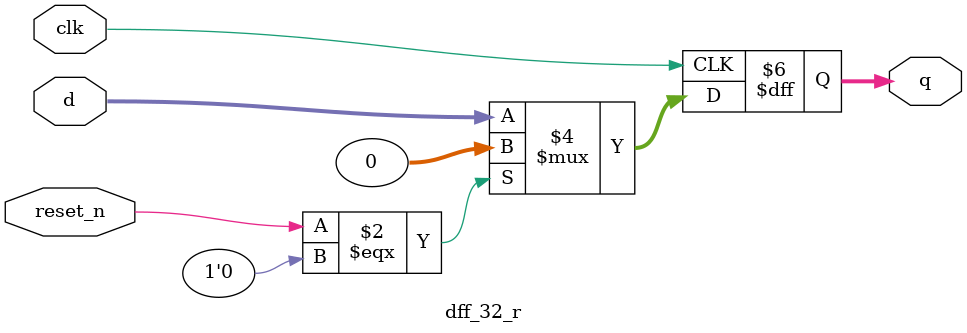
<source format=v>


module dff_32_r(clk, reset_n, d, q); // 2-bit register dff_2_r for control state

input clk, reset_n;
input [31:0] d;
output reg [31:0] q;

// this dff is 2bit capacity and under control of clk and reset_n

always @(posedge clk)
	begin
		if(reset_n ===1'b0)	q <= 32'h0000_0000;
		else						q <= d;
	end
endmodule

</source>
